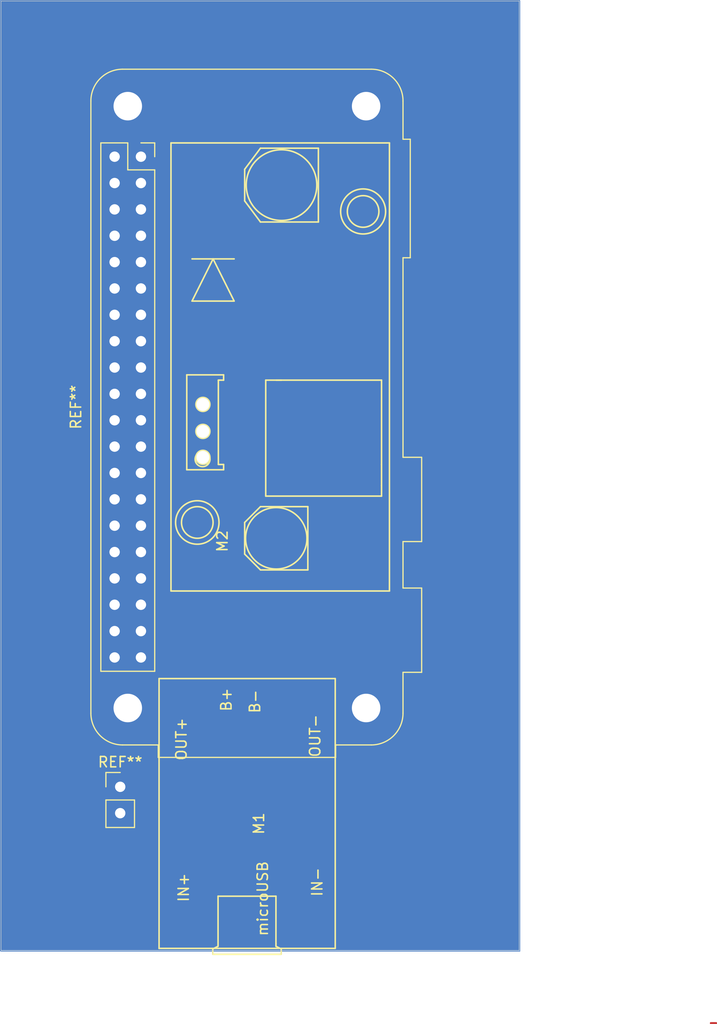
<source format=kicad_pcb>
(kicad_pcb (version 20241229) (generator "pcbnew") (generator_version "9.0")
  (layers (0 "F.Cu" signal) (2 "B.Cu" signal) (13 "F.Paste" user) (15 "B.Paste" user) (5 "F.SilkS" user "F.Silkscreen") (7 "B.SilkS" user "B.Silkscreen") (1 "F.Mask" user) (3 "B.Mask" user) (25 "Edge.Cuts" user))
  (net 0 "")
  (footprint "Module:Raspberry_Pi_Zero_Socketed_THT_FaceDown_MountingHoles" (layer "F.Cu") (at 101.5 61)
    (property "Reference" "REF**" (at -6.27 24.13 90) (layer "F.SilkS"))
    (property "Value" "Raspberry_Pi_Zero_Socketed_THT_FaceDown_MountingHoles")
    (fp_line (start -4.83 53.63) (end -4.83 -5.37) (stroke (width 0.12)) (layer "F.SilkS"))
    (fp_line (start -3.87 -1.33) (end -3.87 49.59) (stroke (width 0.12)) (layer "F.SilkS"))
    (fp_line (start -3.87 -1.33) (end -1.27 -1.33) (stroke (width 0.12)) (layer "F.SilkS"))
    (fp_line (start -3.87 49.59) (end 1.33 49.59) (stroke (width 0.12)) (layer "F.SilkS"))
    (fp_line (start -1.77 -8.43) (end 22.23 -8.43) (stroke (width 0.12)) (layer "F.SilkS"))
    (fp_line (start -1.27 -1.33) (end -1.27 1.27) (stroke (width 0.12)) (layer "F.SilkS"))
    (fp_line (start -1.27 1.27) (end 1.33 1.27) (stroke (width 0.12)) (layer "F.SilkS"))
    (fp_line (start 0 -1.33) (end 1.33 -1.33) (stroke (width 0.12)) (layer "F.SilkS"))
    (fp_line (start 1.33 -1.33) (end 1.33 0) (stroke (width 0.12)) (layer "F.SilkS"))
    (fp_line (start 1.33 1.27) (end 1.33 49.59) (stroke (width 0.12)) (layer "F.SilkS"))
    (fp_line (start 1.67 56.69) (end -1.77 56.69) (stroke (width 0.12)) (layer "F.SilkS"))
    (fp_line (start 1.67 56.69) (end 1.67 57.89) (stroke (width 0.12)) (layer "F.SilkS"))
    (fp_line (start 1.67 57.89) (end 18.79 57.89) (stroke (width 0.12)) (layer "F.SilkS"))
    (fp_line (start 18.79 56.69) (end 22.23 56.69) (stroke (width 0.12)) (layer "F.SilkS"))
    (fp_line (start 18.79 57.89) (end 18.79 56.69) (stroke (width 0.12)) (layer "F.SilkS"))
    (fp_line (start 25.29 -1.68) (end 25.29 -5.37) (stroke (width 0.12)) (layer "F.SilkS"))
    (fp_line (start 25.29 9.74) (end 25.99 9.74) (stroke (width 0.12)) (layer "F.SilkS"))
    (fp_line (start 25.29 28.97) (end 25.29 9.74) (stroke (width 0.12)) (layer "F.SilkS"))
    (fp_line (start 25.29 37.09) (end 27.09 37.09) (stroke (width 0.12)) (layer "F.SilkS"))
    (fp_line (start 25.29 41.57) (end 25.29 37.09) (stroke (width 0.12)) (layer "F.SilkS"))
    (fp_line (start 25.29 49.69) (end 27.09 49.69) (stroke (width 0.12)) (layer "F.SilkS"))
    (fp_line (start 25.29 53.63) (end 25.29 49.69) (stroke (width 0.12)) (layer "F.SilkS"))
    (fp_line (start 25.99 -1.68) (end 25.29 -1.68) (stroke (width 0.12)) (layer "F.SilkS"))
    (fp_line (start 25.99 9.74) (end 25.99 -1.68) (stroke (width 0.12)) (layer "F.SilkS"))
    (fp_line (start 27.09 28.97) (end 25.29 28.97) (stroke (width 0.12)) (layer "F.SilkS"))
    (fp_line (start 27.09 37.09) (end 27.09 28.97) (stroke (width 0.12)) (layer "F.SilkS"))
    (fp_line (start 27.09 41.57) (end 25.29 41.57) (stroke (width 0.12)) (layer "F.SilkS"))
    (fp_line (start 27.09 49.69) (end 27.09 41.57) (stroke (width 0.12)) (layer "F.SilkS"))
    (fp_arc (start -4.83 -5.37) (mid -3.933747 -7.533747) (end -1.77 -8.43) (stroke (width 0.12)) (layer "F.SilkS"))
    (fp_arc (start -1.77 56.69) (mid -3.933747 55.793747) (end -4.83 53.63) (stroke (width 0.12)) (layer "F.SilkS"))
    (fp_arc (start 22.23 -8.43) (mid 24.393747 -7.533747) (end 25.29 -5.37) (stroke (width 0.12)) (layer "F.SilkS"))
    (fp_arc (start 25.29 53.63) (mid 24.393747 55.793747) (end 22.23 56.69) (stroke (width 0.12)) (layer "F.SilkS"))
    (pad "" np_thru_hole circle (at -1.27 -4.87 90) (size 2.75 2.75) (drill 2.75) (layers "*.Cu" "*.Mask"))
    (pad "" np_thru_hole circle (at -1.27 53.13 90) (size 2.75 2.75) (drill 2.75) (layers "*.Cu" "*.Mask"))
    (pad "" np_thru_hole circle (at 21.73 -4.87 90) (size 2.75 2.75) (drill 2.75) (layers "*.Cu" "*.Mask"))
    (pad "" np_thru_hole circle (at 21.73 53.13 90) (size 2.75 2.75) (drill 2.75) (layers "*.Cu" "*.Mask"))
    (pad "1" thru_hole rect (at 0 0) (size 1.7 1.7) (drill 1) (layers "*.Cu" "*.Mask"))
    (pad "2" thru_hole oval (at -2.54 0) (size 1.7 1.7) (drill 1) (layers "*.Cu" "*.Mask"))
    (pad "3" thru_hole oval (at 0 2.54) (size 1.7 1.7) (drill 1) (layers "*.Cu" "*.Mask"))
    (pad "4" thru_hole oval (at -2.54 2.54) (size 1.7 1.7) (drill 1) (layers "*.Cu" "*.Mask"))
    (pad "5" thru_hole oval (at 0 5.08) (size 1.7 1.7) (drill 1) (layers "*.Cu" "*.Mask"))
    (pad "6" thru_hole oval (at -2.54 5.08) (size 1.7 1.7) (drill 1) (layers "*.Cu" "*.Mask"))
    (pad "7" thru_hole oval (at 0 7.62) (size 1.7 1.7) (drill 1) (layers "*.Cu" "*.Mask"))
    (pad "8" thru_hole oval (at -2.54 7.62) (size 1.7 1.7) (drill 1) (layers "*.Cu" "*.Mask"))
    (pad "9" thru_hole oval (at 0 10.16) (size 1.7 1.7) (drill 1) (layers "*.Cu" "*.Mask"))
    (pad "10" thru_hole oval (at -2.54 10.16) (size 1.7 1.7) (drill 1) (layers "*.Cu" "*.Mask"))
    (pad "11" thru_hole oval (at 0 12.7) (size 1.7 1.7) (drill 1) (layers "*.Cu" "*.Mask"))
    (pad "12" thru_hole oval (at -2.54 12.7) (size 1.7 1.7) (drill 1) (layers "*.Cu" "*.Mask"))
    (pad "13" thru_hole oval (at 0 15.24) (size 1.7 1.7) (drill 1) (layers "*.Cu" "*.Mask"))
    (pad "14" thru_hole oval (at -2.54 15.24) (size 1.7 1.7) (drill 1) (layers "*.Cu" "*.Mask"))
    (pad "15" thru_hole oval (at 0 17.78) (size 1.7 1.7) (drill 1) (layers "*.Cu" "*.Mask"))
    (pad "16" thru_hole oval (at -2.54 17.78) (size 1.7 1.7) (drill 1) (layers "*.Cu" "*.Mask"))
    (pad "17" thru_hole oval (at 0 20.32) (size 1.7 1.7) (drill 1) (layers "*.Cu" "*.Mask"))
    (pad "18" thru_hole oval (at -2.54 20.32) (size 1.7 1.7) (drill 1) (layers "*.Cu" "*.Mask"))
    (pad "19" thru_hole oval (at 0 22.86) (size 1.7 1.7) (drill 1) (layers "*.Cu" "*.Mask"))
    (pad "20" thru_hole oval (at -2.54 22.86) (size 1.7 1.7) (drill 1) (layers "*.Cu" "*.Mask"))
    (pad "21" thru_hole oval (at 0 25.4) (size 1.7 1.7) (drill 1) (layers "*.Cu" "*.Mask"))
    (pad "22" thru_hole oval (at -2.54 25.4) (size 1.7 1.7) (drill 1) (layers "*.Cu" "*.Mask"))
    (pad "23" thru_hole oval (at 0 27.94) (size 1.7 1.7) (drill 1) (layers "*.Cu" "*.Mask"))
    (pad "24" thru_hole oval (at -2.54 27.94) (size 1.7 1.7) (drill 1) (layers "*.Cu" "*.Mask"))
    (pad "25" thru_hole oval (at 0 30.48) (size 1.7 1.7) (drill 1) (layers "*.Cu" "*.Mask"))
    (pad "26" thru_hole oval (at -2.54 30.48) (size 1.7 1.7) (drill 1) (layers "*.Cu" "*.Mask"))
    (pad "27" thru_hole oval (at 0 33.02) (size 1.7 1.7) (drill 1) (layers "*.Cu" "*.Mask"))
    (pad "28" thru_hole oval (at -2.54 33.02) (size 1.7 1.7) (drill 1) (layers "*.Cu" "*.Mask"))
    (pad "29" thru_hole oval (at 0 35.56) (size 1.7 1.7) (drill 1) (layers "*.Cu" "*.Mask"))
    (pad "30" thru_hole oval (at -2.54 35.56) (size 1.7 1.7) (drill 1) (layers "*.Cu" "*.Mask"))
    (pad "31" thru_hole oval (at 0 38.1) (size 1.7 1.7) (drill 1) (layers "*.Cu" "*.Mask"))
    (pad "32" thru_hole oval (at -2.54 38.1) (size 1.7 1.7) (drill 1) (layers "*.Cu" "*.Mask"))
    (pad "33" thru_hole oval (at 0 40.64) (size 1.7 1.7) (drill 1) (layers "*.Cu" "*.Mask"))
    (pad "34" thru_hole oval (at -2.54 40.64) (size 1.7 1.7) (drill 1) (layers "*.Cu" "*.Mask"))
    (pad "35" thru_hole oval (at 0 43.18) (size 1.7 1.7) (drill 1) (layers "*.Cu" "*.Mask"))
    (pad "36" thru_hole oval (at -2.54 43.18) (size 1.7 1.7) (drill 1) (layers "*.Cu" "*.Mask"))
    (pad "37" thru_hole oval (at 0 45.72) (size 1.7 1.7) (drill 1) (layers "*.Cu" "*.Mask"))
    (pad "38" thru_hole oval (at -2.54 45.72) (size 1.7 1.7) (drill 1) (layers "*.Cu" "*.Mask"))
    (pad "39" thru_hole oval (at 0 48.26) (size 1.7 1.7) (drill 1) (layers "*.Cu" "*.Mask"))
    (pad "40" thru_hole oval (at -2.54 48.26) (size 1.7 1.7) (drill 1) (layers "*.Cu" "*.Mask"))
  )
  (footprint "Connector_PinHeader_2.54mm:PinHeader_1x02_P2.54mm_Vertical" (layer "F.Cu") (at 99.5 121.725)
    (property "Reference" "REF**" (at 0 -2.38 0) (layer "F.SilkS"))
    (property "Value" "PinHeader_1x02_P2.54mm_Vertical" (hide yes))
    (fp_line (start -1.38 -1.38) (end 0 -1.38) (stroke (width 0.12)) (layer "F.SilkS"))
    (fp_line (start -1.38 0) (end -1.38 -1.38) (stroke (width 0.12)) (layer "F.SilkS"))
    (fp_line (start -1.38 1.27) (end -1.38 3.92) (stroke (width 0.12)) (layer "F.SilkS"))
    (fp_line (start -1.38 1.27) (end 1.38 1.27) (stroke (width 0.12)) (layer "F.SilkS"))
    (fp_line (start -1.38 3.92) (end 1.38 3.92) (stroke (width 0.12)) (layer "F.SilkS"))
    (fp_line (start 1.38 1.27) (end 1.38 3.92) (stroke (width 0.12)) (layer "F.SilkS"))
    (pad "1" thru_hole rect (at 0 0) (size 1.7 1.7) (drill 1) (layers "*.Cu" "*.Mask"))
    (pad "2" thru_hole circle (at 0 2.54) (size 1.7 1.7) (drill 1) (layers "*.Cu" "*.Mask"))
  )
  (footprint "misc_footprints:4056E_LiIon_loader_SMT" (layer "F.Cu") (at 111.75 124 90)
    (property "Reference" "M1" (at -1.266 1.13 90) (layer "F.SilkS"))
    (property "Value" "4056E_Loader_prot")
    (fp_line (start 12.706 -8.5) (end 12.706 8.5) (stroke (width 0.15)) (layer "F.SilkS"))
    (fp_line (start -13.3 -8.5) (end 12.7 -8.5) (stroke (width 0.15)) (layer "F.SilkS"))
    (fp_line (start -13.348 -3.316) (end -13.094 -2.808) (stroke (width 0.15)) (layer "F.SilkS"))
    (fp_line (start -13.856 -3.316) (end -13.348 -3.316) (stroke (width 0.15)) (layer "F.SilkS"))
    (fp_line (start -8.268 -2.808) (end -8.268 2.78) (stroke (width 0.15)) (layer "F.SilkS"))
    (fp_line (start -13.094 -2.808) (end -8.268 -2.808) (stroke (width 0.15)) (layer "F.SilkS"))
    (fp_line (start -8.268 2.78) (end -12.84 2.78) (stroke (width 0.15)) (layer "F.SilkS"))
    (fp_line (start -13.094 2.78) (end -12.84 2.78) (stroke (width 0.15)) (layer "F.SilkS"))
    (fp_line (start -13.87 3.26) (end -13.87 -3.29) (stroke (width 0.15)) (layer "F.SilkS"))
    (fp_line (start -13.348 3.288) (end -13.094 2.78) (stroke (width 0.15)) (layer "F.SilkS"))
    (fp_line (start -13.856 3.288) (end -13.348 3.288) (stroke (width 0.15)) (layer "F.SilkS"))
    (fp_line (start -13.29 8.5) (end 12.7 8.5) (stroke (width 0.15)) (layer "F.SilkS"))
    (fp_line (start -13.296 8.5) (end -13.296 -8.5) (stroke (width 0.15)) (layer "F.SilkS"))
    (fp_text user "microUSB" (at -8.5 1.5 90) (layer "F.SilkS"))
    (fp_text user "IN+" (at -7.43 -6.13 90) (layer "F.SilkS"))
    (fp_text user "OUT-" (at 7.19 6.556 90) (layer "F.SilkS"))
    (fp_text user "B+" (at 10.674 -2.012 90) (layer "F.SilkS"))
    (fp_text user "B-" (at 10.5 0.75 90) (layer "F.SilkS"))
    (fp_text user "IN-" (at -6.9 6.76 90) (layer "F.SilkS"))
    (fp_text user "OUT+" (at 6.87 -6.348 90) (layer "F.SilkS"))
    (pad "1" smd rect (at -11 -6.75 90) (size 3 3) (layers "F.Cu" "F.Mask" "F.Paste"))
    (pad "2" smd rect (at -11 6.75 90) (size 3 3) (layers "F.Cu" "F.Mask" "F.Paste"))
    (pad "3" smd rect (at 11 -3.75 90) (size 3 2.5) (layers "F.Cu" "F.Mask" "F.Paste"))
    (pad "4" smd rect (at 11 3.75 90) (size 3 2.5) (layers "F.Cu" "F.Mask" "F.Paste"))
    (pad "5" smd rect (at 11 -7 90) (size 3 2.5) (layers "F.Cu" "F.Mask" "F.Paste"))
    (pad "6" smd rect (at 11 7 90) (size 3 2.5) (layers "F.Cu" "F.Mask" "F.Paste"))
  )
  (footprint "misc_footprints:XL6009_module_SMT" (layer "F.Cu") (at 125.4812 59.6742 90)
    (property "Reference" "M2" (at -38.375 -16.125 90) (layer "F.SilkS"))
    (property "Value" "DC_DC_boost_module")
    (fp_line (start -43.18 -21.082) (end 0 -21.082) (stroke (width 0.15)) (layer "F.SilkS"))
    (fp_line (start -22.352 -19.558) (end -31.496 -19.558) (stroke (width 0.15)) (layer "F.SilkS"))
    (fp_line (start -31.496 -19.558) (end -31.496 -16.002) (stroke (width 0.15)) (layer "F.SilkS"))
    (fp_line (start -11.176 -19.05) (end -11.176 -14.986) (stroke (width 0.15)) (layer "F.SilkS"))
    (fp_line (start -15.24 -19.05) (end -15.24 -14.986) (stroke (width 0.15)) (layer "F.SilkS"))
    (fp_line (start -30.988 -17.526) (end -29.972 -18.542) (stroke (width 0.15)) (layer "F.SilkS"))
    (fp_line (start -11.176 -17.018) (end -15.24 -19.05) (stroke (width 0.15)) (layer "F.SilkS"))
    (fp_line (start -22.86 -16.51) (end -22.86 -16.002) (stroke (width 0.15)) (layer "F.SilkS"))
    (fp_line (start -30.988 -16.51) (end -22.86 -16.51) (stroke (width 0.15)) (layer "F.SilkS"))
    (fp_line (start -22.352 -16.002) (end -22.352 -19.558) (stroke (width 0.15)) (layer "F.SilkS"))
    (fp_line (start -22.86 -16.002) (end -22.352 -16.002) (stroke (width 0.15)) (layer "F.SilkS"))
    (fp_line (start -30.988 -16.002) (end -30.988 -16.51) (stroke (width 0.15)) (layer "F.SilkS"))
    (fp_line (start -31.496 -16.002) (end -30.988 -16.002) (stroke (width 0.15)) (layer "F.SilkS"))
    (fp_line (start -15.24 -14.986) (end -11.176 -17.018) (stroke (width 0.15)) (layer "F.SilkS"))
    (fp_line (start -2.54 -13.97) (end -0.508 -12.446) (stroke (width 0.15)) (layer "F.SilkS"))
    (fp_line (start -5.588 -13.97) (end -2.54 -13.97) (stroke (width 0.15)) (layer "F.SilkS"))
    (fp_line (start -36.576 -13.97) (end -39.624 -13.97) (stroke (width 0.15)) (layer "F.SilkS"))
    (fp_line (start -39.624 -13.97) (end -41.148 -12.446) (stroke (width 0.15)) (layer "F.SilkS"))
    (fp_line (start -0.508 -12.446) (end -0.508 -6.858) (stroke (width 0.15)) (layer "F.SilkS"))
    (fp_line (start -7.62 -12.446) (end -5.588 -13.97) (stroke (width 0.15)) (layer "F.SilkS"))
    (fp_line (start -35.052 -12.446) (end -36.576 -13.97) (stroke (width 0.15)) (layer "F.SilkS"))
    (fp_line (start -41.148 -12.446) (end -41.148 -7.874) (stroke (width 0.15)) (layer "F.SilkS"))
    (fp_line (start -22.86 -11.938) (end -22.86 -10.414) (stroke (width 0.15)) (layer "F.SilkS"))
    (fp_line (start -34.036 -11.938) (end -22.86 -11.938) (stroke (width 0.15)) (layer "F.SilkS"))
    (fp_line (start -22.86 -10.922) (end -22.86 -0.762) (stroke (width 0.15)) (layer "F.SilkS"))
    (fp_line (start -35.052 -7.874) (end -35.052 -12.446) (stroke (width 0.15)) (layer "F.SilkS"))
    (fp_line (start -41.148 -7.874) (end -35.052 -7.874) (stroke (width 0.15)) (layer "F.SilkS"))
    (fp_line (start -0.508 -6.858) (end -7.62 -6.858) (stroke (width 0.15)) (layer "F.SilkS"))
    (fp_line (start -7.62 -6.858) (end -7.62 -12.446) (stroke (width 0.15)) (layer "F.SilkS"))
    (fp_line (start -22.86 -0.762) (end -30.988 -0.762) (stroke (width 0.15)) (layer "F.SilkS"))
    (fp_line (start -30.988 -0.762) (end -33.02 -0.762) (stroke (width 0.15)) (layer "F.SilkS"))
    (fp_line (start -33.02 -0.762) (end -34.036 -0.762) (stroke (width 0.15)) (layer "F.SilkS"))
    (fp_line (start -34.036 -0.762) (end -34.036 -11.938) (stroke (width 0.15)) (layer "F.SilkS"))
    (fp_line (start 0 0) (end 0 -21.082) (stroke (width 0.15)) (layer "F.SilkS"))
    (fp_line (start 0 0) (end -43.18 0) (stroke (width 0.15)) (layer "F.SilkS"))
    (fp_line (start -43.18 0) (end -43.18 -21.082) (stroke (width 0.15)) (layer "F.SilkS"))
    (fp_circle (center -36.576 -18.542) (end -37.084 -20.574) (stroke (width 0.15)) (fill no) (layer "F.SilkS"))
    (fp_circle (center -36.576 -18.542) (end -36.576 -20.066) (stroke (width 0.15)) (fill no) (layer "F.SilkS"))
    (fp_circle (center -30.48 -18.034) (end -29.972 -18.542) (stroke (width 0.15)) (fill no) (layer "F.SilkS"))
    (fp_circle (center -38.1 -10.922) (end -35.56 -12.446) (stroke (width 0.15)) (fill no) (layer "F.SilkS"))
    (fp_circle (center -4.064 -10.414) (end -1.016 -11.938) (stroke (width 0.15)) (fill no) (layer "F.SilkS"))
    (fp_circle (center -6.604 -2.54) (end -6.604 -1.016) (stroke (width 0.15)) (fill no) (layer "F.SilkS"))
    (fp_circle (center -6.604 -2.54) (end -5.842 -0.508) (stroke (width 0.15)) (fill no) (layer "F.SilkS"))
    (pad "" thru_hole circle (at -30.3 -18 90) (size 1.5 1.5) (drill 1.25) (layers "*.Cu" "*.Mask" "F.SilkS"))
    (pad "" thru_hole circle (at -27.8 -18 90) (size 1.5 1.5) (drill 1.25) (layers "*.Cu" "*.Mask" "F.SilkS"))
    (pad "" thru_hole circle (at -25.2 -18 90) (size 1.5 1.5) (drill 1.25) (layers "*.Cu" "*.Mask" "F.SilkS"))
    (pad "1" smd rect (at -41.3258 -19.1516 90) (size 3.8 4) (layers "F.Cu" "F.Mask" "F.Paste"))
    (pad "2" smd rect (at -41.3258 -1.9812 90) (size 3.8 4) (layers "F.Cu" "F.Mask" "F.Paste"))
    (pad "3" smd rect (at -1.8542 -1.9812 90) (size 3.8 4) (layers "F.Cu" "F.Mask" "F.Paste"))
    (pad "4" smd rect (at -1.8542 -19.1262 90) (size 3.8 4) (layers "F.Cu" "F.Mask" "F.Paste"))
  )
  (gr_rect (start 92.5 50.5) (end 132.5 128) (stroke (width 0.2)) (fill no) (layer "F.Cu"))
  (gr_poly (pts (xy 88 46) (xy 88 137.5) (xy 138 137.5) (xy 138 46)) (stroke (width 0.2)) (fill yes) (layer "B.Cu"))
  (gr_rect (start 88 46) (end 138 137.5) (stroke (width 0.05)) (fill no) (layer "Edge.Cuts"))
  (segment (start 156.5 144.5) (end 157 144.5) (width 0.2) (layer "F.Cu") (net 0))
  (segment (start 106.0284 61.5284) (end 105.5 61) (width 0.2) (layer "F.Cu") (net 0))
  (segment (start 106.355 61.5284) (end 106.0284 61.5284) (width 0.2) (layer "F.Cu") (net 0))
  (segment (start 105.5 61) (end 98.96 61) (width 1) (layer "F.Cu") (net 0))
  (segment (start 107.275 121.725) (end 108.5 120.5) (width 1.5) (layer "F.Cu") (net 0))
  (segment (start 118.75 113) (end 118.75 105.75) (width 1.5) (layer "F.Cu") (net 0))
  (segment (start 108.5 120.5) (end 108 120) (width 1.5) (layer "F.Cu") (net 0))
  (segment (start 114.765 124.265) (end 115 124.5) (width 1.5) (layer "F.Cu") (net 0))
  (segment (start 118.5 69) (end 101.88 69) (width 1) (layer "F.Cu") (net 0))
  (segment (start 123.5 64) (end 118.5 69) (width 1) (layer "F.Cu") (net 0))
  (segment (start 99.5 124.265) (end 114.765 124.265) (width 1.5) (layer "F.Cu") (net 0))
  (segment (start 104.75 102.5796) (end 106.3296 101) (width 0.2) (layer "F.Cu") (net 0))
  (segment (start 104.75 113) (end 104.75 102.5796) (width 1.5) (layer "F.Cu") (net 0))
  (segment (start 123.5 61.5284) (end 123.5 64) (width 1) (layer "F.Cu") (net 0))
  (segment (start 108 120) (end 108 113) (width 1.5) (layer "F.Cu") (net 0))
  (segment (start 115 124.5) (end 115.5 124) (width 1.5) (layer "F.Cu") (net 0))
  (segment (start 99.5 121.725) (end 107.275 121.725) (width 1.5) (layer "F.Cu") (net 0))
  (segment (start 115.5 124) (end 115.5 113) (width 1.5) (layer "F.Cu") (net 0))
  (segment (start 118.75 105.75) (end 123.5 101) (width 1.5) (layer "F.Cu") (net 0))
  (segment (start 101.88 69) (end 98.96 66.08) (width 1) (layer "F.Cu") (net 0))
  (zone (net 0) (net_name "") (layer "F.Cu") (connect_pads (clearance 0.5)) (min_thickness 0.25) (fill yes (thermal_gap 0.5) (thermal_bridge_width 0.5) (island_removal_mode 1) (island_area_min 10))
    (polygon (pts (xy 92.5 50.5) (xy 92.5 128) (xy 132.5 128) (xy 132.5 50.5)))
  )
)
</source>
